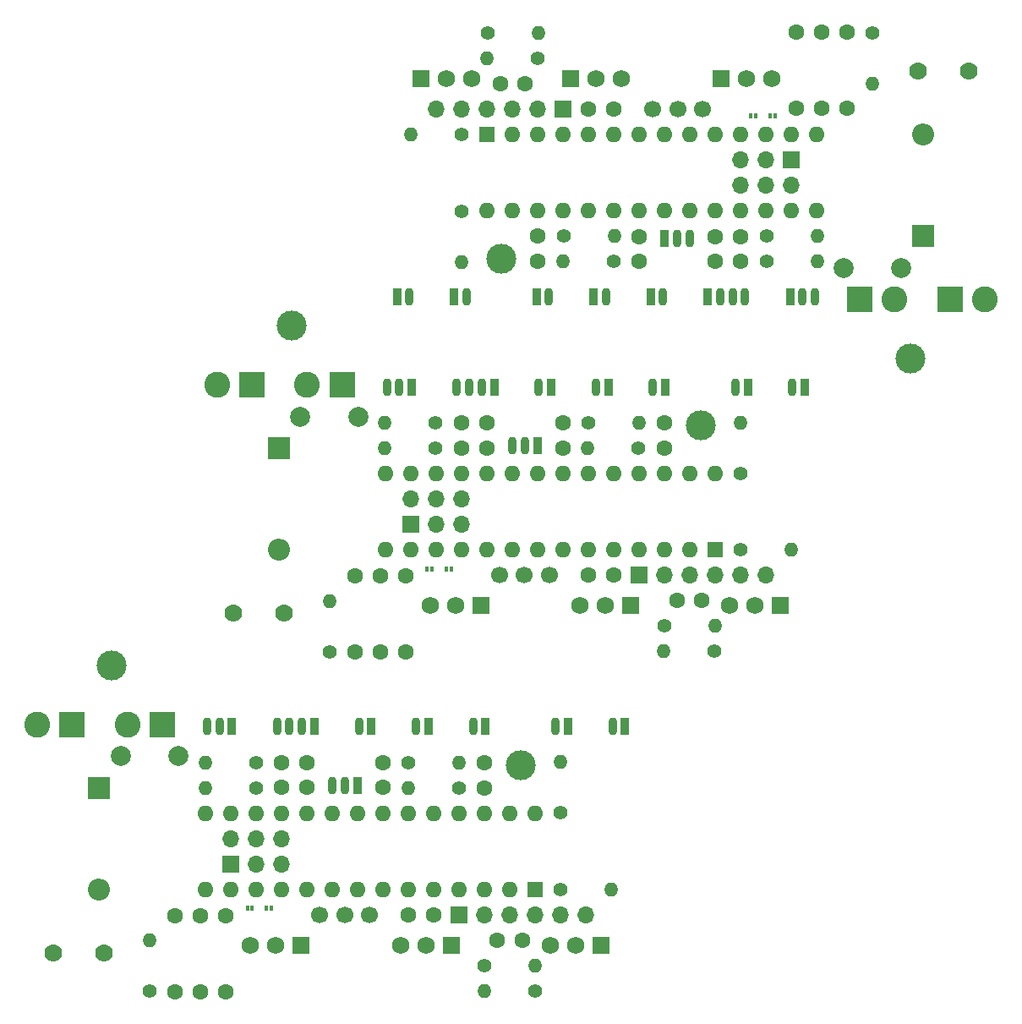
<source format=gts>
%MOIN*%
%OFA0B0*%
%FSLAX46Y46*%
%IPPOS*%
%LPD*%
%ADD10C,0.0039370078740157488*%
%ADD11O,0.035433070866141732X0.070866141732283464*%
%ADD12R,0.035433070866141732X0.066929133858267723*%
%ADD13R,0.033464566929133861X0.066929133858267723*%
%ADD14O,0.033464566929133861X0.070866141732283464*%
%ADD15C,0.062992125984251982*%
%ADD16R,0.086614173228346469X0.086614173228346469*%
%ADD17O,0.086614173228346469X0.086614173228346469*%
%ADD18C,0.07874015748031496*%
%ADD19C,0.07*%
%ADD20R,0.066929133858267723X0.066929133858267723*%
%ADD21O,0.066929133858267723X0.066929133858267723*%
%ADD22C,0.11811023622047245*%
%ADD23C,0.068897637795275593*%
%ADD24R,0.068897637795275593X0.068897637795275593*%
%ADD25R,0.062992125984251982X0.062992125984251982*%
%ADD26O,0.062992125984251982X0.062992125984251982*%
%ADD27R,0.10236220472440946X0.10236220472440946*%
%ADD28C,0.10236220472440946*%
%ADD29C,0.066929133858267723*%
%ADD30C,0.055118110236220472*%
%ADD31O,0.055118110236220472X0.055118110236220472*%
%ADD32R,0.015748031496062995X0.023622047244094488*%
%ADD43C,0.0039370078740157488*%
%ADD44O,0.035433070866141732X0.070866141732283464*%
%ADD45R,0.035433070866141732X0.066929133858267723*%
%ADD46R,0.033464566929133861X0.066929133858267723*%
%ADD47O,0.033464566929133861X0.070866141732283464*%
%ADD48C,0.062992125984251982*%
%ADD49R,0.086614173228346469X0.086614173228346469*%
%ADD50O,0.086614173228346469X0.086614173228346469*%
%ADD51C,0.07874015748031496*%
%ADD52C,0.07*%
%ADD53R,0.066929133858267723X0.066929133858267723*%
%ADD54O,0.066929133858267723X0.066929133858267723*%
%ADD55C,0.11811023622047245*%
%ADD56C,0.068897637795275593*%
%ADD57R,0.068897637795275593X0.068897637795275593*%
%ADD58R,0.062992125984251982X0.062992125984251982*%
%ADD59O,0.062992125984251982X0.062992125984251982*%
%ADD60R,0.10236220472440946X0.10236220472440946*%
%ADD61C,0.10236220472440946*%
%ADD62C,0.066929133858267723*%
%ADD63C,0.055118110236220472*%
%ADD64O,0.055118110236220472X0.055118110236220472*%
%ADD65R,0.015748031496062995X0.023622047244094488*%
%ADD66C,0.0039370078740157488*%
%ADD67O,0.035433070866141732X0.070866141732283464*%
%ADD68R,0.035433070866141732X0.066929133858267723*%
%ADD69R,0.033464566929133861X0.066929133858267723*%
%ADD70O,0.033464566929133861X0.070866141732283464*%
%ADD71C,0.062992125984251982*%
%ADD72R,0.086614173228346469X0.086614173228346469*%
%ADD73O,0.086614173228346469X0.086614173228346469*%
%ADD74C,0.07874015748031496*%
%ADD75C,0.07*%
%ADD76R,0.066929133858267723X0.066929133858267723*%
%ADD77O,0.066929133858267723X0.066929133858267723*%
%ADD78C,0.11811023622047245*%
%ADD79C,0.068897637795275593*%
%ADD80R,0.068897637795275593X0.068897637795275593*%
%ADD81R,0.062992125984251982X0.062992125984251982*%
%ADD82O,0.062992125984251982X0.062992125984251982*%
%ADD83R,0.10236220472440946X0.10236220472440946*%
%ADD84C,0.10236220472440946*%
%ADD85C,0.066929133858267723*%
%ADD86C,0.055118110236220472*%
%ADD87O,0.055118110236220472X0.055118110236220472*%
%ADD88R,0.015748031496062995X0.023622047244094488*%
G01*
D10*
D11*
X-0004606299Y0004527559D02*
X0001313307Y0000890551D03*
X0001263307Y0000890551D03*
D12*
X0001363307Y0000890551D03*
D13*
X0000868307Y0001122047D03*
D14*
X0000819094Y0001122047D03*
X0000769881Y0001122047D03*
D13*
X0001193307Y0001122047D03*
D14*
X0001144094Y0001122047D03*
X0001094881Y0001122047D03*
X0001045669Y0001122047D03*
D15*
X0000643700Y0000377559D03*
X0000643700Y0000077559D03*
D16*
X0000343307Y0000881299D03*
D17*
X0000343307Y0000481299D03*
D18*
X0000429133Y0001006299D03*
X0000657480Y0001006299D03*
D19*
X0000363307Y0000231299D03*
X0000163307Y0000231299D03*
D20*
X0001763307Y0000381299D03*
D21*
X0001863307Y0000381299D03*
X0001963307Y0000381299D03*
X0002063307Y0000381299D03*
X0002163307Y0000381299D03*
X0002263307Y0000381299D03*
D22*
X0002007795Y0000969881D03*
D23*
X0002122755Y0000261220D03*
X0002222755Y0000261220D03*
D24*
X0002322755Y0000261220D03*
D22*
X0000393622Y0001363582D03*
D25*
X0002063307Y0000481299D03*
D26*
X0000763307Y0000781299D03*
X0001963307Y0000481299D03*
X0000863307Y0000781299D03*
X0001863307Y0000481299D03*
X0000963307Y0000781299D03*
X0001763307Y0000481299D03*
X0001063307Y0000781299D03*
X0001663307Y0000481299D03*
X0001163307Y0000781299D03*
X0001563307Y0000481299D03*
X0001263307Y0000781299D03*
X0001463307Y0000481299D03*
X0001363307Y0000781299D03*
X0001363307Y0000481299D03*
X0001463307Y0000781299D03*
X0001263307Y0000481299D03*
X0001563307Y0000781299D03*
X0001163307Y0000481299D03*
X0001663307Y0000781299D03*
X0001063307Y0000481299D03*
X0001763307Y0000781299D03*
X0000963307Y0000481299D03*
X0001863307Y0000781299D03*
X0000863307Y0000481299D03*
X0001963307Y0000781299D03*
X0000763307Y0000481299D03*
X0002063307Y0000781299D03*
D27*
X0000593307Y0001131299D03*
D28*
X0000455511Y0001131299D03*
D27*
X0000238307Y0001131299D03*
D28*
X0000100511Y0001131299D03*
D29*
X0001213307Y0000381299D03*
X0001311732Y0000381299D03*
X0001410157Y0000381299D03*
D30*
X0001864881Y0000181299D03*
D31*
X0002064881Y0000181299D03*
D30*
X0002061732Y0000081299D03*
D31*
X0001861732Y0000081299D03*
D15*
X0001463307Y0000981299D03*
X0001463307Y0000882873D03*
X0001163307Y0000981299D03*
X0001163307Y0000882873D03*
X0001663307Y0000381299D03*
X0001564881Y0000381299D03*
X0001063307Y0000981299D03*
X0001063307Y0000882873D03*
X0001913307Y0000281299D03*
X0002011732Y0000281299D03*
D30*
X0002164881Y0000481299D03*
D31*
X0002364881Y0000481299D03*
D15*
X0001863307Y0000881299D03*
X0001863307Y0000979724D03*
D30*
X0001564881Y0000981299D03*
D31*
X0001764881Y0000981299D03*
D30*
X0001761732Y0000881299D03*
D31*
X0001561732Y0000881299D03*
D23*
X0001532204Y0000261220D03*
X0001632204Y0000261220D03*
D24*
X0001732204Y0000261220D03*
D23*
X0000941653Y0000261220D03*
X0001041653Y0000261220D03*
D24*
X0001141653Y0000261220D03*
D30*
X0000961732Y0000881299D03*
D31*
X0000761732Y0000881299D03*
D30*
X0000961732Y0000981299D03*
D31*
X0000761732Y0000981299D03*
D30*
X0002163307Y0000782874D03*
D31*
X0002163307Y0000982874D03*
D15*
X0000743700Y0000377559D03*
X0000743700Y0000077559D03*
D30*
X0000543700Y0000079133D03*
D31*
X0000543700Y0000279133D03*
D20*
X0000863307Y0000581299D03*
D21*
X0000863307Y0000681299D03*
X0000963307Y0000581299D03*
X0000963307Y0000681299D03*
X0001063307Y0000581299D03*
X0001063307Y0000681299D03*
D32*
X0000928464Y0000406299D03*
X0000948149Y0000406299D03*
X0001023149Y0000406299D03*
X0001003464Y0000406299D03*
D15*
X0000843700Y0000377559D03*
X0000843700Y0000077559D03*
D13*
X0002193307Y0001122047D03*
D14*
X0002144094Y0001122047D03*
D13*
X0001868307Y0001122047D03*
D14*
X0001819094Y0001122047D03*
D13*
X0002418307Y0001122047D03*
D14*
X0002369094Y0001122047D03*
D13*
X0001418307Y0001122047D03*
D14*
X0001369094Y0001122047D03*
D13*
X0001643307Y0001122047D03*
D14*
X0001594094Y0001122047D03*
G04 next file*
G04 #@! TF.FileFunction,Soldermask,Top*
G04 Gerber Fmt 4.6, Leading zero omitted, Abs format (unit mm)*
G04 Created by KiCad (PCBNEW 4.0.7) date 08/30/19 18:47:50*
G01*
G04 APERTURE LIST*
G04 APERTURE END LIST*
D43*
D44*
X-0003897637Y0005866141D02*
X0002021968Y0002229133D03*
X0001971968Y0002229133D03*
D45*
X0002071968Y0002229133D03*
D46*
X0001576968Y0002460629D03*
D47*
X0001527755Y0002460629D03*
X0001478543Y0002460629D03*
D46*
X0001901968Y0002460629D03*
D47*
X0001852755Y0002460629D03*
X0001803543Y0002460629D03*
X0001754330Y0002460629D03*
D48*
X0001352362Y0001716141D03*
X0001352362Y0001416141D03*
D49*
X0001051968Y0002219881D03*
D50*
X0001051968Y0001819881D03*
D51*
X0001137795Y0002344881D03*
X0001366141Y0002344881D03*
D52*
X0001071968Y0001569881D03*
X0000871968Y0001569881D03*
D53*
X0002471968Y0001719881D03*
D54*
X0002571968Y0001719881D03*
X0002671968Y0001719881D03*
X0002771968Y0001719881D03*
X0002871968Y0001719881D03*
X0002971968Y0001719881D03*
D55*
X0002716456Y0002308464D03*
D56*
X0002831417Y0001599803D03*
X0002931417Y0001599803D03*
D57*
X0003031417Y0001599803D03*
D55*
X0001102283Y0002702165D03*
D58*
X0002771968Y0001819881D03*
D59*
X0001471968Y0002119881D03*
X0002671968Y0001819881D03*
X0001571968Y0002119881D03*
X0002571968Y0001819881D03*
X0001671968Y0002119881D03*
X0002471968Y0001819881D03*
X0001771968Y0002119881D03*
X0002371968Y0001819881D03*
X0001871968Y0002119881D03*
X0002271968Y0001819881D03*
X0001971968Y0002119881D03*
X0002171968Y0001819881D03*
X0002071968Y0002119881D03*
X0002071968Y0001819881D03*
X0002171968Y0002119881D03*
X0001971968Y0001819881D03*
X0002271968Y0002119881D03*
X0001871968Y0001819881D03*
X0002371968Y0002119881D03*
X0001771968Y0001819881D03*
X0002471968Y0002119881D03*
X0001671968Y0001819881D03*
X0002571968Y0002119881D03*
X0001571968Y0001819881D03*
X0002671968Y0002119881D03*
X0001471968Y0001819881D03*
X0002771968Y0002119881D03*
D60*
X0001301968Y0002469881D03*
D61*
X0001164173Y0002469881D03*
D60*
X0000946968Y0002469881D03*
D61*
X0000809173Y0002469881D03*
D62*
X0001921968Y0001719881D03*
X0002020393Y0001719881D03*
X0002118818Y0001719881D03*
D63*
X0002573543Y0001519881D03*
D64*
X0002773543Y0001519881D03*
D63*
X0002770393Y0001419881D03*
D64*
X0002570393Y0001419881D03*
D48*
X0002171968Y0002319881D03*
X0002171968Y0002221456D03*
X0001871968Y0002319881D03*
X0001871968Y0002221456D03*
X0002371968Y0001719881D03*
X0002273543Y0001719881D03*
X0001771968Y0002319881D03*
X0001771968Y0002221456D03*
X0002621968Y0001619881D03*
X0002720393Y0001619881D03*
D63*
X0002873543Y0001819881D03*
D64*
X0003073543Y0001819881D03*
D48*
X0002571968Y0002219881D03*
X0002571968Y0002318307D03*
D63*
X0002273543Y0002319881D03*
D64*
X0002473543Y0002319881D03*
D63*
X0002470393Y0002219881D03*
D64*
X0002270393Y0002219881D03*
D56*
X0002240866Y0001599803D03*
X0002340866Y0001599803D03*
D57*
X0002440866Y0001599803D03*
D56*
X0001650314Y0001599803D03*
X0001750314Y0001599803D03*
D57*
X0001850314Y0001599803D03*
D63*
X0001670393Y0002219881D03*
D64*
X0001470393Y0002219881D03*
D63*
X0001670393Y0002319881D03*
D64*
X0001470393Y0002319881D03*
D63*
X0002871968Y0002121456D03*
D64*
X0002871968Y0002321456D03*
D48*
X0001452362Y0001716141D03*
X0001452362Y0001416141D03*
D63*
X0001252362Y0001417716D03*
D64*
X0001252362Y0001617716D03*
D53*
X0001571968Y0001919881D03*
D54*
X0001571968Y0002019881D03*
X0001671968Y0001919881D03*
X0001671968Y0002019881D03*
X0001771968Y0001919881D03*
X0001771968Y0002019881D03*
D65*
X0001637125Y0001744881D03*
X0001656811Y0001744881D03*
X0001731811Y0001744881D03*
X0001712125Y0001744881D03*
D48*
X0001552362Y0001716141D03*
X0001552362Y0001416141D03*
D46*
X0002901968Y0002460629D03*
D47*
X0002852755Y0002460629D03*
D46*
X0002576968Y0002460629D03*
D47*
X0002527755Y0002460629D03*
D46*
X0003126968Y0002460629D03*
D47*
X0003077755Y0002460629D03*
D46*
X0002126968Y0002460629D03*
D47*
X0002077755Y0002460629D03*
D46*
X0002351968Y0002460629D03*
D47*
X0002302755Y0002460629D03*
G04 next file*
G04 #@! TF.FileFunction,Soldermask,Top*
G04 Gerber Fmt 4.6, Leading zero omitted, Abs format (unit mm)*
G04 Created by KiCad (PCBNEW 4.0.7) date 08/30/19 18:47:50*
G01*
G04 APERTURE LIST*
G04 APERTURE END LIST*
D66*
D67*
X0008543307Y-0000590551D02*
X0002623700Y0003046456D03*
X0002673700Y0003046456D03*
D68*
X0002573700Y0003046456D03*
D69*
X0003068700Y0002814960D03*
D70*
X0003117913Y0002814960D03*
X0003167125Y0002814960D03*
D69*
X0002743700Y0002814960D03*
D70*
X0002792913Y0002814960D03*
X0002842125Y0002814960D03*
X0002891338Y0002814960D03*
D71*
X0003293307Y0003559448D03*
X0003293307Y0003859448D03*
D72*
X0003593700Y0003055708D03*
D73*
X0003593700Y0003455708D03*
D74*
X0003507874Y0002930708D03*
X0003279527Y0002930708D03*
D75*
X0003573700Y0003705708D03*
X0003773700Y0003705708D03*
D76*
X0002173700Y0003555708D03*
D77*
X0002073700Y0003555708D03*
X0001973700Y0003555708D03*
X0001873700Y0003555708D03*
X0001773700Y0003555708D03*
X0001673700Y0003555708D03*
D78*
X0001929212Y0002967125D03*
D79*
X0001814251Y0003675787D03*
X0001714251Y0003675787D03*
D80*
X0001614251Y0003675787D03*
D78*
X0003543385Y0002573425D03*
D81*
X0001873700Y0003455708D03*
D82*
X0003173700Y0003155708D03*
X0001973700Y0003455708D03*
X0003073700Y0003155708D03*
X0002073700Y0003455708D03*
X0002973700Y0003155708D03*
X0002173700Y0003455708D03*
X0002873700Y0003155708D03*
X0002273700Y0003455708D03*
X0002773700Y0003155708D03*
X0002373700Y0003455708D03*
X0002673700Y0003155708D03*
X0002473700Y0003455708D03*
X0002573700Y0003155708D03*
X0002573700Y0003455708D03*
X0002473700Y0003155708D03*
X0002673700Y0003455708D03*
X0002373700Y0003155708D03*
X0002773700Y0003455708D03*
X0002273700Y0003155708D03*
X0002873700Y0003455708D03*
X0002173700Y0003155708D03*
X0002973700Y0003455708D03*
X0002073700Y0003155708D03*
X0003073700Y0003455708D03*
X0001973700Y0003155708D03*
X0003173700Y0003455708D03*
X0001873700Y0003155708D03*
D83*
X0003343700Y0002805708D03*
D84*
X0003481496Y0002805708D03*
D83*
X0003698700Y0002805708D03*
D84*
X0003836496Y0002805708D03*
D85*
X0002723700Y0003555708D03*
X0002625275Y0003555708D03*
X0002526850Y0003555708D03*
D86*
X0002072125Y0003755708D03*
D87*
X0001872125Y0003755708D03*
D86*
X0001875275Y0003855708D03*
D87*
X0002075275Y0003855708D03*
D71*
X0002473700Y0002955708D03*
X0002473700Y0003054133D03*
X0002773700Y0002955708D03*
X0002773700Y0003054133D03*
X0002273700Y0003555708D03*
X0002372125Y0003555708D03*
X0002873700Y0002955708D03*
X0002873700Y0003054133D03*
X0002023700Y0003655708D03*
X0001925275Y0003655708D03*
D86*
X0001772125Y0003455708D03*
D87*
X0001572125Y0003455708D03*
D71*
X0002073700Y0003055708D03*
X0002073700Y0002957283D03*
D86*
X0002372125Y0002955708D03*
D87*
X0002172125Y0002955708D03*
D86*
X0002175275Y0003055708D03*
D87*
X0002375275Y0003055708D03*
D79*
X0002404803Y0003675787D03*
X0002304803Y0003675787D03*
D80*
X0002204803Y0003675787D03*
D79*
X0002995354Y0003675787D03*
X0002895354Y0003675787D03*
D80*
X0002795354Y0003675787D03*
D86*
X0002975275Y0003055708D03*
D87*
X0003175275Y0003055708D03*
D86*
X0002975275Y0002955708D03*
D87*
X0003175275Y0002955708D03*
D86*
X0001773700Y0003154133D03*
D87*
X0001773700Y0002954133D03*
D71*
X0003193307Y0003559448D03*
X0003193307Y0003859448D03*
D86*
X0003393307Y0003857874D03*
D87*
X0003393307Y0003657874D03*
D76*
X0003073700Y0003355708D03*
D77*
X0003073700Y0003255708D03*
X0002973700Y0003355708D03*
X0002973700Y0003255708D03*
X0002873700Y0003355708D03*
X0002873700Y0003255708D03*
D88*
X0003008543Y0003530708D03*
X0002988858Y0003530708D03*
X0002913858Y0003530708D03*
X0002933543Y0003530708D03*
D71*
X0003093307Y0003559448D03*
X0003093307Y0003859448D03*
D69*
X0001743700Y0002814960D03*
D70*
X0001792913Y0002814960D03*
D69*
X0002068700Y0002814960D03*
D70*
X0002117913Y0002814960D03*
D69*
X0001518700Y0002814960D03*
D70*
X0001567913Y0002814960D03*
D69*
X0002518700Y0002814960D03*
D70*
X0002567913Y0002814960D03*
D69*
X0002293700Y0002814960D03*
D70*
X0002342913Y0002814960D03*
M02*
</source>
